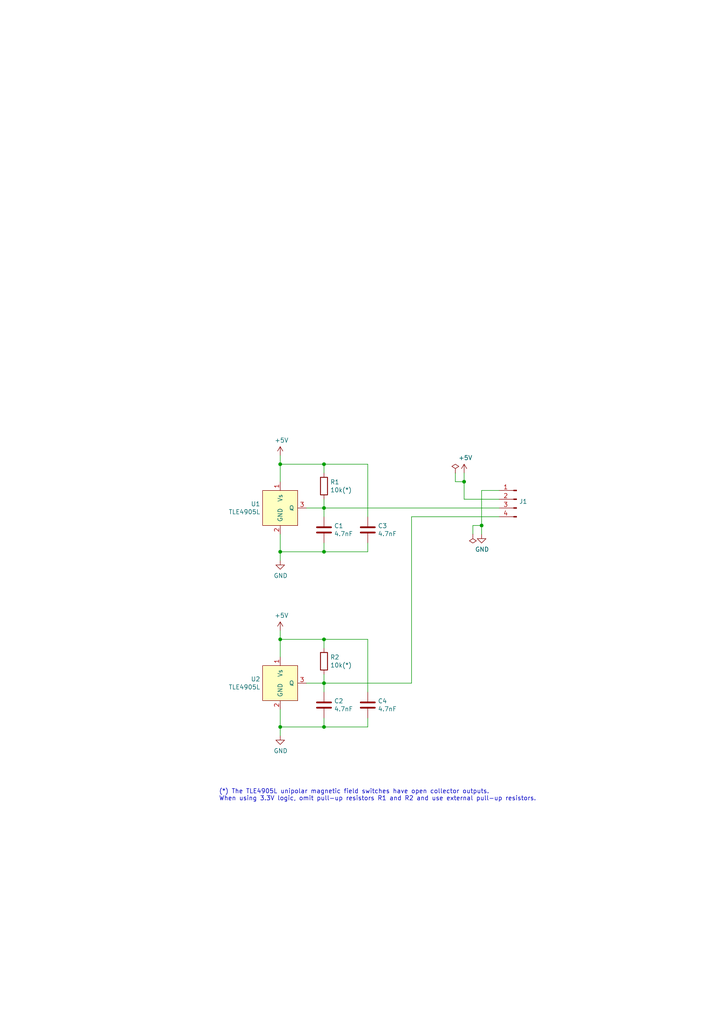
<source format=kicad_sch>
(kicad_sch (version 20211123) (generator eeschema)
  (paper "A4" portrait)
  (title_block (title "Earth Rover") (date "2023-01-23") (rev "3") (company "Vijfendertig BV") (comment 1 "Maarten De Munck") (comment 2 "Magnetic Position Encoder"))
  (lib_symbols
    (symbol "Connector:Conn_01x04_Male" (pin_names (offset 1.016) hide)
      (property "Reference" "J" (at 0 5.08 0))
      (property "Value" "Conn_01x04_Male" (at 0 -7.62 0))
      (symbol "Conn_01x04_Male_1_1"
        (polyline (pts (xy 1.27 -5.08) (xy 0.8636 -5.08)) (stroke (width 0.1524)))
        (polyline (pts (xy 1.27 -2.54) (xy 0.8636 -2.54)) (stroke (width 0.1524)))
        (polyline (pts (xy 1.27 0) (xy 0.8636 0)) (stroke (width 0.1524)))
        (polyline (pts (xy 1.27 2.54) (xy 0.8636 2.54)) (stroke (width 0.1524)))
        (rectangle (start 0.8636 -4.953) (end 0 -5.207) (stroke (width 0.1524)) (fill (type outline)))
        (rectangle (start 0.8636 -2.413) (end 0 -2.667) (stroke (width 0.1524)) (fill (type outline)))
        (rectangle (start 0.8636 0.127) (end 0 -0.127) (stroke (width 0.1524)) (fill (type outline)))
        (rectangle (start 0.8636 2.667) (end 0 2.413) (stroke (width 0.1524)) (fill (type outline)))
        (pin passive line (at 5.08 2.54 180) (length 3.81) (name "Pin_1") (number "1"))
        (pin passive line (at 5.08 0 180) (length 3.81) (name "Pin_2") (number "2"))
        (pin passive line (at 5.08 -2.54 180) (length 3.81) (name "Pin_3") (number "3"))
        (pin passive line (at 5.08 -5.08 180) (length 3.81) (name "Pin_4") (number "4"))
      )
    )
    (symbol "Device:C" (pin_numbers hide) (pin_names (offset 0.254))
      (property "Reference" "C" (at 0.635 2.54 0))
      (property "Value" "C" (at 0.635 -2.54 0))
      (symbol "C_0_1"
        (polyline (pts (xy -2.032 -0.762) (xy 2.032 -0.762)) (stroke (width 0.508)))
        (polyline (pts (xy -2.032 0.762) (xy 2.032 0.762)) (stroke (width 0.508)))
      )
      (symbol "C_1_1"
        (pin passive line (at 0 3.81 270) (length 2.794) (name "~") (number "1"))
        (pin passive line (at 0 -3.81 90) (length 2.794) (name "~") (number "2"))
      )
    )
    (symbol "Device:R" (pin_numbers hide) (pin_names (offset 0))
      (property "Reference" "R" (at 2.032 0 90))
      (property "Value" "R" (at 0 0 90))
      (symbol "R_0_1"
        (rectangle (start -1.016 -2.54) (end 1.016 2.54) (stroke (width 0.254)))
      )
      (symbol "R_1_1"
        (pin passive line (at 0 3.81 270) (length 1.27) (name "~") (number "1"))
        (pin passive line (at 0 -3.81 90) (length 1.27) (name "~") (number "2"))
      )
    )
    (symbol "earth-rover-custom-symbols:TLE4905L" (pin_names (offset 1.016))
      (property "Reference" "U" (at 2.54 8.89 0))
      (property "Value" "TLE4905L" (at 2.54 6.35 0))
      (symbol "TLE4905L_0_1"
        (rectangle (start -5.08 5.08) (end 5.08 -5.08) (fill (type background)))
      )
      (symbol "TLE4905L_1_1"
        (pin power_in line (at 0 7.62 270) (length 2.54) (name "Vs") (number "1"))
        (pin power_in line (at 0 -7.62 90) (length 2.54) (name "GND") (number "2"))
        (pin open_collector line (at 7.62 0 180) (length 2.54) (name "Q") (number "3"))
      )
    )
    (symbol "power:+5V" (power) (pin_names (offset 0))
      (property "Value" "+5V" (at 0 3.556 0))
      (symbol "+5V_0_1"
        (polyline (pts (xy -0.762 1.27) (xy 0 2.54)))
        (polyline (pts (xy 0 0) (xy 0 2.54)))
        (polyline (pts (xy 0 2.54) (xy 0.762 1.27)))
      )
      (symbol "+5V_1_1"
        (pin power_in line (at 0 0 90) (length 0) hide (name "+5V") (number "1"))
      )
    )
    (symbol "power:GND" (power) (pin_names (offset 0))
      (property "Value" "GND" (at 0 -3.81 0))
      (symbol "GND_0_1"
        (polyline (pts (xy 0 0) (xy 0 -1.27) (xy 1.27 -1.27) (xy 0 -2.54) (xy -1.27 -1.27) (xy 0 -1.27)))
      )
      (symbol "GND_1_1"
        (pin power_in line (at 0 0 270) (length 0) hide (name "GND") (number "1"))
      )
    )
    (symbol "power:PWR_FLAG" (power) (pin_numbers hide) (pin_names (offset 0) hide)
      (property "Value" "PWR_FLAG" (at 0 3.81 0))
      (symbol "PWR_FLAG_0_0"
        (pin power_out line (at 0 0 90) (length 0) (name "pwr") (number "1"))
      )
      (symbol "PWR_FLAG_0_1"
        (polyline (pts (xy 0 0) (xy 0 1.27) (xy -1.016 1.905) (xy 0 2.54) (xy 1.016 1.905) (xy 0 1.27)))
      )
    )
  )
  (junction (at 93.98 134.62))
  (junction (at 93.98 198.12))
  (junction (at 81.28 210.82))
  (junction (at 81.28 134.62))
  (junction (at 93.98 147.32))
  (junction (at 93.98 160.02))
  (junction (at 134.62 139.7))
  (junction (at 139.7 152.4))
  (junction (at 81.28 160.02))
  (junction (at 93.98 185.42))
  (junction (at 81.28 185.42))
  (junction (at 93.98 210.82))
  (wire (pts (xy 106.68 134.62) (xy 93.98 134.62)))
  (wire (pts (xy 93.98 185.42) (xy 81.28 185.42)))
  (wire (pts (xy 81.28 160.02) (xy 81.28 154.94)))
  (wire (pts (xy 88.9 198.12) (xy 93.98 198.12)))
  (wire (pts (xy 139.7 142.24) (xy 139.7 152.4)))
  (wire (pts (xy 81.28 160.02) (xy 81.28 162.56)))
  (wire (pts (xy 81.28 185.42) (xy 81.28 190.5)))
  (wire (pts (xy 93.98 198.12) (xy 93.98 195.58)))
  (wire (pts (xy 93.98 198.12) (xy 119.38 198.12)))
  (wire (pts (xy 106.68 149.86) (xy 106.68 134.62)))
  (wire (pts (xy 132.08 139.7) (xy 134.62 139.7)))
  (wire (pts (xy 134.62 137.16) (xy 134.62 139.7)))
  (wire (pts (xy 81.28 210.82) (xy 81.28 213.36)))
  (wire (pts (xy 81.28 134.62) (xy 81.28 139.7)))
  (wire (pts (xy 93.98 200.66) (xy 93.98 198.12)))
  (wire (pts (xy 106.68 160.02) (xy 106.68 157.48)))
  (wire (pts (xy 93.98 210.82) (xy 106.68 210.82)))
  (wire (pts (xy 132.08 137.16) (xy 132.08 139.7)))
  (wire (pts (xy 106.68 210.82) (xy 106.68 208.28)))
  (wire (pts (xy 106.68 185.42) (xy 106.68 200.66)))
  (wire (pts (xy 139.7 152.4) (xy 139.7 154.94)))
  (wire (pts (xy 93.98 157.48) (xy 93.98 160.02)))
  (wire (pts (xy 119.38 149.86) (xy 144.78 149.86)))
  (wire (pts (xy 93.98 147.32) (xy 144.78 147.32)))
  (wire (pts (xy 119.38 198.12) (xy 119.38 149.86)))
  (wire (pts (xy 134.62 139.7) (xy 134.62 144.78)))
  (wire (pts (xy 93.98 149.86) (xy 93.98 147.32)))
  (wire (pts (xy 93.98 137.16) (xy 93.98 134.62)))
  (wire (pts (xy 93.98 210.82) (xy 93.98 208.28)))
  (wire (pts (xy 93.98 147.32) (xy 93.98 144.78)))
  (wire (pts (xy 134.62 144.78) (xy 144.78 144.78)))
  (wire (pts (xy 88.9 147.32) (xy 93.98 147.32)))
  (wire (pts (xy 137.16 154.94) (xy 137.16 152.4)))
  (wire (pts (xy 93.98 185.42) (xy 106.68 185.42)))
  (wire (pts (xy 93.98 134.62) (xy 81.28 134.62)))
  (wire (pts (xy 81.28 205.74) (xy 81.28 210.82)))
  (wire (pts (xy 144.78 142.24) (xy 139.7 142.24)))
  (wire (pts (xy 93.98 160.02) (xy 106.68 160.02)))
  (wire (pts (xy 81.28 182.88) (xy 81.28 185.42)))
  (wire (pts (xy 81.28 132.08) (xy 81.28 134.62)))
  (wire (pts (xy 93.98 160.02) (xy 81.28 160.02)))
  (wire (pts (xy 93.98 187.96) (xy 93.98 185.42)))
  (wire (pts (xy 81.28 210.82) (xy 93.98 210.82)))
  (wire (pts (xy 137.16 152.4) (xy 139.7 152.4)))
  (text "(*) The TLE4905L unipolar magnetic field switches have open collector outputs.\nWhen using 3.3V logic, omit pull-up resistors R1 and R2 and use external pull-up resistors." (at 63.5 232.41 0) (effects (font (size 1.27 1.27)) (justify left bottom)))
  (symbol (lib_id "earth-rover-custom-symbols:TLE4905L") (at 81.28 147.32 0) (unit 1)
    (property "Reference" "U1" (at 75.5142 146.1516 0) (effects (justify right)))
    (property "Value" "TLE4905L" (at 75.5142 148.463 0) (effects (justify right)))
    (property "Footprint" "earth-rover-custom-footprints:PG-SSO-3-2_W2.54mm_Horizontal_Down" (effects hide))
    (property "Datasheet" "https://www.infineon.com/cms/en/product/sensor/magnetic-sensors/magnetic-position-sensors/hall-switches/tle4905l/" (effects hide))
  )
  (symbol (lib_id "earth-rover-custom-symbols:TLE4905L") (at 81.28 198.12 0) (unit 1)
    (property "Reference" "U2" (at 75.5142 196.9516 0) (effects (justify right)))
    (property "Value" "TLE4905L" (at 75.5142 199.263 0) (effects (justify right)))
    (property "Footprint" "earth-rover-custom-footprints:PG-SSO-3-2_W2.54mm_Horizontal_Down" (effects hide))
    (property "Datasheet" "https://www.infineon.com/cms/en/product/sensor/magnetic-sensors/magnetic-position-sensors/hall-switches/tle4905l/" (effects hide))
  )
  (symbol (lib_id "Device:C") (at 106.68 153.67 0) (unit 1)
    (property "Reference" "C3" (at 109.601 152.5016 0) (effects (justify left)))
    (property "Value" "4.7nF" (at 109.601 154.813 0) (effects (justify left)))
    (property "Footprint" "Capacitor_THT:C_Disc_D5.0mm_W2.5mm_P5.00mm" (effects hide))
  )
  (symbol (lib_id "Device:C") (at 93.98 153.67 0) (unit 1)
    (property "Reference" "C1" (at 96.901 152.5016 0) (effects (justify left)))
    (property "Value" "4.7nF" (at 96.901 154.813 0) (effects (justify left)))
    (property "Footprint" "Capacitor_THT:C_Disc_D5.0mm_W2.5mm_P5.00mm" (effects hide))
  )
  (symbol (lib_id "Device:C") (at 93.98 204.47 0) (unit 1)
    (property "Reference" "C2" (at 96.901 203.3016 0) (effects (justify left)))
    (property "Value" "4.7nF" (at 96.901 205.613 0) (effects (justify left)))
    (property "Footprint" "Capacitor_THT:C_Disc_D5.0mm_W2.5mm_P5.00mm" (effects hide))
  )
  (symbol (lib_id "Device:C") (at 106.68 204.47 0) (unit 1)
    (property "Reference" "C4" (at 109.601 203.3016 0) (effects (justify left)))
    (property "Value" "4.7nF" (at 109.601 205.613 0) (effects (justify left)))
    (property "Footprint" "Capacitor_THT:C_Disc_D5.0mm_W2.5mm_P5.00mm" (effects hide))
  )
  (symbol (lib_id "Device:R") (at 93.98 140.97 0) (unit 1)
    (property "Reference" "R1" (at 95.758 139.8016 0) (effects (justify left)))
    (property "Value" "10k(*)" (at 95.758 142.113 0) (effects (justify left)))
    (property "Footprint" "Resistor_THT:R_Axial_DIN0207_L6.3mm_D2.5mm_P7.62mm_Horizontal" (effects hide))
  )
  (symbol (lib_id "Device:R") (at 93.98 191.77 0) (unit 1)
    (property "Reference" "R2" (at 95.758 190.6016 0) (effects (justify left)))
    (property "Value" "10k(*)" (at 95.758 192.913 0) (effects (justify left)))
    (property "Footprint" "Resistor_THT:R_Axial_DIN0207_L6.3mm_D2.5mm_P7.62mm_Horizontal" (effects hide))
  )
  (symbol (lib_id "power:GND") (at 81.28 162.56 0) (unit 1)
    (property "Reference" "#PWR0101" (effects hide))
    (property "Value" "GND" (at 81.407 166.9542 0))
  )
  (symbol (lib_id "power:GND") (at 81.28 213.36 0) (unit 1)
    (property "Reference" "#PWR0102" (effects hide))
    (property "Value" "GND" (at 81.407 217.7542 0))
  )
  (symbol (lib_id "power:+5V") (at 81.28 182.88 0) (unit 1)
    (property "Reference" "#PWR0103" (effects hide))
    (property "Value" "+5V" (at 81.661 178.4858 0))
  )
  (symbol (lib_id "power:+5V") (at 81.28 132.08 0) (unit 1)
    (property "Reference" "#PWR0104" (effects hide))
    (property "Value" "+5V" (at 81.661 127.6858 0))
  )
  (symbol (lib_id "Connector:Conn_01x04_Male") (at 149.86 144.78 0) (mirror y) (unit 1)
    (property "Reference" "J1" (at 150.5712 145.4404 0) (effects (justify right)))
    (property "Value" "Conn_01x04_Male" (effects hide))
    (property "Footprint" "Connector_PinHeader_2.54mm:PinHeader_1x04_P2.54mm_Horizontal" (effects hide))
  )
  (symbol (lib_id "power:GND") (at 139.7 154.94 0) (unit 1)
    (property "Reference" "#PWR0105" (effects hide))
    (property "Value" "GND" (at 139.827 159.3342 0))
  )
  (symbol (lib_id "power:+5V") (at 134.62 137.16 0) (unit 1)
    (property "Reference" "#PWR0106" (effects hide))
    (property "Value" "+5V" (at 135.001 132.7658 0))
  )
  (symbol (lib_id "power:PWR_FLAG") (at 132.08 137.16 0) (unit 1)
    (property "Reference" "#FLG0101" (effects hide))
    (property "Value" "PWR_FLAG" (effects hide))
  )
  (symbol (lib_id "power:PWR_FLAG") (at 137.16 154.94 0) (mirror x) (unit 1)
    (property "Reference" "#FLG0102" (effects hide))
    (property "Value" "PWR_FLAG" (effects hide))
  )
)
</source>
